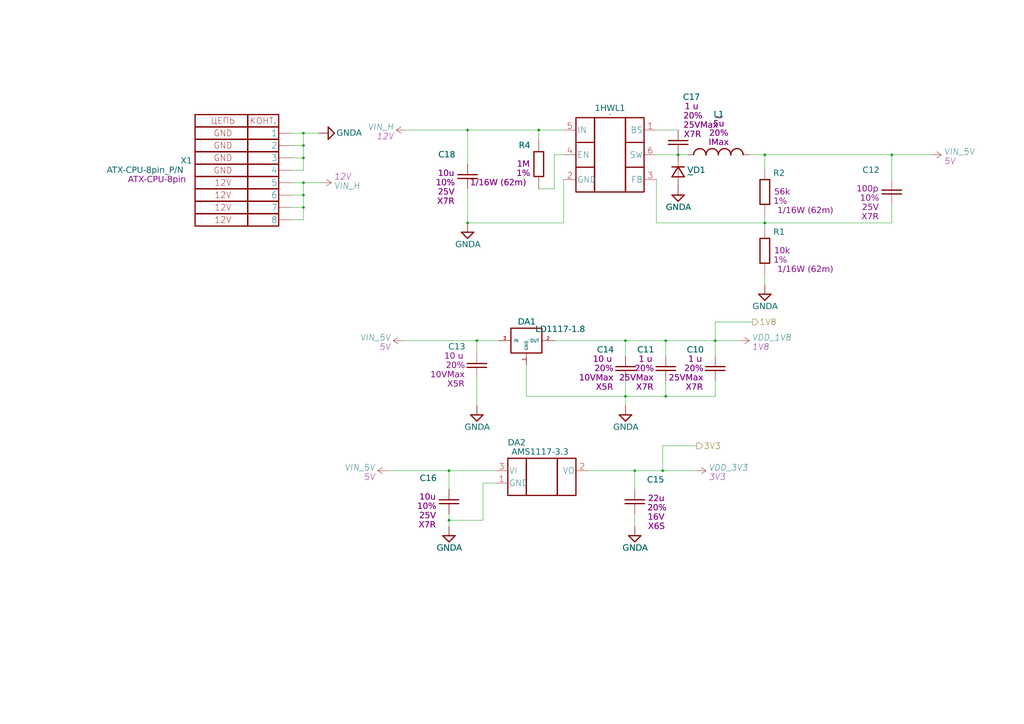
<source format=kicad_sch>
(kicad_sch (version 20250114) (generator "eeschema") (generator_version "9.0")
  (paper "A3")
  (lib_symbols
    (symbol "GOST_symbols:Capacitor_standart" (pin_numbers (hide yes)) (pin_names (offset 0.254) (hide yes))
      (property "Reference" "C" (at 6.35 10.16 0))
      (property "Value" "~" (at 6.35 7.62 0))
      (property "Capacitance" "Value" (at 5.842 3.81 0))
      (property "Tolerance" "20%" (at 5.842 0.508 0))
      (property "MaxVoltage" "VMax" (at 5.588 -2.794 0))
      (property "TempFactor" "X" (at 5.588 -5.842 0))
      (symbol "Capacitor_standart_0_1"
        (polyline (pts (xy 0 0.762) (xy 4.0132 0.762)) (stroke (width 0.508)))
      )
      (symbol "Capacitor_standart_1_1"
        (polyline (pts (xy -4.0132 0.762) (xy 0 0.762)) (stroke (width 0.508)))
        (polyline (pts (xy -4.0132 -0.8128) (xy 0 -0.8128)) (stroke (width 0.508)))
        (polyline (pts (xy 0 -0.8128) (xy 4.0132 -0.8128)) (stroke (width 0.508)))
        (pin passive line (at 0 5.08 270) (length 4.2926) (name "1") (number "1"))
        (pin passive line (at 0 -5.08 90) (length 4.2672) (name "2") (number "2"))
      )
    )
    (symbol "GOST_symbols:Diode" (pin_numbers (hide yes)) (pin_names (offset 1.016) (hide yes))
      (property "Reference" "VD" (at 0 5.08 0))
      (property "Value" "~" (at 0 -5.08 0))
      (symbol "Diode_0_1"
        (polyline (pts (xy -5.08 0) (xy 2.54 0)))
        (polyline (pts (xy -2.667 2.54) (xy -2.667 -2.54)) (stroke (width 0.508)))
        (polyline (pts (xy 1.397 2.54) (xy 1.397 -2.54)) (stroke (width 0.508)))
        (polyline (pts (xy 1.397 2.54) (xy -2.667 0) (xy 1.397 -2.54)) (stroke (width 0.508)))
      )
      (symbol "Diode_1_1"
        (pin passive line (at -7.62 0 0) (length 2.54) (name "K") (number "1"))
        (pin passive line (at 5.08 0 180) (length 2.54) (name "A") (number "2"))
      )
    )
    (symbol "GOST_symbols:GNDA" (power) (pin_names (offset 0) (hide yes))
      (property "Value" "GNDA" (at 0 -6.985 0))
      (symbol "GNDA_1_1"
        (polyline (pts (xy 0 1.27) (xy 0 -2.54)) (stroke (width 0.25)))
        (polyline (pts (xy 0 -2.54) (xy -2.54 -2.54)) (stroke (width 0.5)))
        (polyline (pts (xy 0 -2.54) (xy 2.54 -2.54)) (stroke (width 0.5)))
        (polyline (pts (xy 2.54 -2.54) (xy 0 -5.08) (xy -2.54 -2.54)) (stroke (width 0.5)))
        (pin power_in line (at 0 1.27 270) (length 0) (hide yes) (name "GNDA") (number "1"))
      )
    )
    (symbol "GOST_symbols:Inductor" (pin_numbers (hide yes)) (pin_names (offset 1.016) (hide yes))
      (property "Reference" "L" (at 12.573 16.129 0))
      (property "Value" "~" (at 12.065 4.445 0))
      (property "Datasheet" "~" (at 14.859 16.383 0))
      (property "Inductance" "Value" (at 14.605 12.827 0))
      (property "Tolerance" "20%" (at 14.351 9.779 0))
      (property "MaxCurrentTemp" "IMax" (at 13.843 6.731 0))
      (symbol "Inductor_0_1"
        (arc (start -10.16 0) (mid -7.62 2.529) (end -5.08 0) (stroke (width 0.508)))
        (arc (start -5.08 0) (mid -2.54 2.529) (end 0 0) (stroke (width 0.508)))
        (arc (start 0 0) (mid 2.54 2.529) (end 5.08 0) (stroke (width 0.508)))
        (arc (start 5.08 0.011) (mid 7.62 2.54) (end 10.16 0.011) (stroke (width 0.508)))
      )
      (symbol "Inductor_1_1"
        (pin passive line (at -12.7 0 0) (length 2.54) (name "1") (number "1"))
        (pin passive line (at 12.7 0 180) (length 2.54) (name "2") (number "2"))
      )
    )
    (symbol "GOST_symbols:PowerIn" (power) (pin_names (offset 0) (hide yes))
      (property "Value" "PowerIn" (at 5.334 -6.604 0))
      (property "Voltage" "+V" (at 0 -3.556 0))
      (symbol "PowerIn_0_1"
        (polyline (pts (xy -3.81 0) (xy -1.905 1.27)))
        (polyline (pts (xy -3.81 0) (xy -1.905 -1.27)))
        (polyline (pts (xy -3.81 0) (xy 0 0)))
      )
      (symbol "PowerIn_1_1"
        (pin power_in line (at 0 0 180) (length 0) (hide yes) (name "AVDD") (number "1"))
      )
    )
    (symbol "GOST_symbols:Resistor" (pin_numbers (hide yes)) (pin_names (offset 0) (hide yes))
      (property "Reference" "R" (at -4.445 3.81 0))
      (property "Value" "~" (at -2.54 3.81 0))
      (property "Resistence" "Ohm" (at -2.54 -3.81 0))
      (property "MaxPower" "1/W" (at -2.54 -6.985 0))
      (property "Tolerance" "+/-" (at -2.54 -10.16 0))
      (symbol "Resistor_0_1"
        (polyline (pts (xy -5.08 1.9812) (xy -5.08 -1.9812)) (stroke (width 0.508)))
        (polyline (pts (xy -5.08 1.9812) (xy 5.08 1.9812)) (stroke (width 0.508)))
        (polyline (pts (xy -5.08 -1.9812) (xy 5.08 -1.9812)) (stroke (width 0.508)))
      )
      (symbol "Resistor_1_1"
        (polyline (pts (xy 5.08 1.9812) (xy 5.08 -1.9812)) (stroke (width 0.508)))
        (pin passive line (at -10.16 0 0) (length 5.08) (name "1") (number "1"))
        (pin passive line (at 10.16 0 180) (length 5.08) (name "2") (number "2"))
      )
    )
    (symbol "GOST_symbols:Voltage_regulator" (pin_names (offset 1.016))
      (property "Reference" "DA1" (at -13.97 7.62 0))
      (property "Value" "LD1117-1.8" (at -0.254 4.572 0))
      (symbol "Voltage_regulator_0_1"
        (polyline (pts (xy -20.32 0) (xy -20.32 5.08) (xy -7.62 5.08) (xy -7.62 -5.08) (xy -20.32 -5.08) (xy -20.32 0)) (stroke (width 0.5)))
      )
      (symbol "Voltage_regulator_1_1"
        (pin power_in line (at -25.4 0 0) (length 5.08) (name "IN") (number "3"))
        (pin power_in line (at -13.97 -10.16 90) (length 5.08) (name "GND") (number "1"))
        (pin power_out line (at -2.54 0 180) (length 5.08) (name "OUT") (number "2"))
      )
    )
    (symbol "GOST_symbolsConnectors:ATX-CPU-8pin" (pin_numbers (hide yes))
      (property "Reference" "X" (at -12.7 10.16 0))
      (property "Value" "ATX-CPU-8pin_P/N" (at -12.7 6.35 0))
      (property "Name" "ATX-CPU-8pin" (at -12.7 2.54 0))
      (symbol "ATX-CPU-8pin_0_1"
        (rectangle (start -12.7 0) (end 0 -5.08) (stroke (width 0.5)))
        (rectangle (start -12.7 -5.08) (end 0 -10.16) (stroke (width 0.5)))
        (rectangle (start -12.7 -10.16) (end 0 -15.24) (stroke (width 0.5)))
        (rectangle (start -12.7 -15.24) (end 0 -20.32) (stroke (width 0.5)))
        (rectangle (start -12.7 -20.32) (end 0 -25.4) (stroke (width 0.5)))
        (rectangle (start -12.7 -25.4) (end 0 -30.48) (stroke (width 0.5)))
        (rectangle (start -12.7 -30.48) (end 0 -35.56) (stroke (width 0.5)))
        (rectangle (start -12.7 -35.56) (end 0 -40.64) (stroke (width 0.5)))
        (rectangle (start -12.7 -40.64) (end 0 -45.72) (stroke (width 0.5)))
        (rectangle (start 0 0) (end 21.59 -5.08) (stroke (width 0.5)))
        (text "КОНТ." (at -6.35 -2.54 0) (effects (font (size 2.5 2.5))))
        (text "ЦЕПЬ" (at 10.16 -2.54 0) (effects (font (size 2.5 2.5))))
      )
      (symbol "ATX-CPU-8pin_1_1"
        (rectangle (start 0 -10.16) (end 21.59 -5.08) (stroke (width 0.5)))
        (rectangle (start 0 -15.24) (end 21.59 -10.16) (stroke (width 0.5)))
        (rectangle (start 0 -15.24) (end 21.59 -20.32) (stroke (width 0.5)))
        (rectangle (start 0 -25.4) (end 21.59 -20.32) (stroke (width 0.5)))
        (rectangle (start 0 -30.48) (end 21.59 -25.4) (stroke (width 0.5)))
        (rectangle (start 0 -35.56) (end 21.59 -30.48) (stroke (width 0.5)))
        (rectangle (start 0 -40.64) (end 21.59 -35.56) (stroke (width 0.5)))
        (rectangle (start 0 -45.72) (end 21.59 -40.64) (stroke (width 0.5)))
        (text "GND" (at 10.16 -7.62 0) (effects (font (size 2.5 2.5))))
        (text "GND" (at 10.16 -12.7 0) (effects (font (size 2.5 2.5))))
        (text "GND" (at 10.16 -17.78 0) (effects (font (size 2.5 2.5))))
        (text "GND" (at 10.16 -22.86 0) (effects (font (size 2.5 2.5))))
        (text "12V" (at 10.16 -27.94 0) (effects (font (size 2.5 2.5))))
        (text "12V" (at 10.16 -33.02 0) (effects (font (size 2.5 2.5))))
        (text "12V" (at 10.16 -38.1 0) (effects (font (size 2.5 2.5))))
        (text "12V" (at 10.16 -43.18 0) (effects (font (size 2.5 2.5))))
        (pin power_out line (at -17.78 -7.62 0) (length 5.08) (name "1") (number "1"))
        (pin passive line (at -17.78 -12.7 0) (length 5.08) (name "2") (number "2"))
        (pin passive line (at -17.78 -17.78 0) (length 5.08) (name "3") (number "3"))
        (pin passive line (at -17.78 -22.86 0) (length 5.08) (name "4") (number "4"))
        (pin power_out line (at -17.78 -27.94 0) (length 5.08) (name "5") (number "5"))
        (pin passive line (at -17.78 -33.02 0) (length 5.08) (name "6") (number "6"))
        (pin passive line (at -17.78 -38.1 0) (length 5.08) (name "7") (number "7"))
        (pin passive line (at -17.78 -43.18 0) (length 5.08) (name "8") (number "8"))
      )
    )
    (symbol "GOST_symbolsPowerIC:AMS1117-3.3"
      (property "Reference" "DA" (at -13.97 6.35 0))
      (property "Value" "AMS1117-3.3" (at -13.97 2.54 0))
      (symbol "AMS1117-3.3_1_1"
        (rectangle (start -13.97 0) (end -6.35 -15.24) (stroke (width 0.5)))
        (rectangle (start -6.35 0) (end 6.35 -15.24) (stroke (width 0.5)))
        (rectangle (start 6.35 0) (end 13.97 -15.24) (stroke (width 0.5)))
        (pin power_in line (at -19.05 -5.08 0) (length 5.08) (name "VI") (number "3"))
        (pin power_in line (at -19.05 -10.16 0) (length 5.08) (name "GND") (number "1"))
        (pin power_out line (at 19.05 -5.08 180) (length 5.08) (name "VO") (number "2"))
      )
    )
    (symbol "GOST_symbolsPowerIC:ME3116"
      (property "Reference" "1HWL" (at 13.97 -3.302 0))
      (symbol "ME3116_1_1"
        (rectangle (start 0 0) (end 7.62 -30.48) (stroke (width 0.5)))
        (polyline (pts (xy 0 -10.16) (xy 7.62 -10.16)) (stroke (width 0.5)))
        (polyline (pts (xy 0 -20.32) (xy 7.62 -20.32)) (stroke (width 0.5)))
        (rectangle (start 7.62 0) (end 20.32 -30.48) (stroke (width 0.5)))
        (rectangle (start 20.32 0) (end 27.94 -30.48) (stroke (width 0.5)))
        (polyline (pts (xy 20.32 -10.16) (xy 27.94 -10.16)) (stroke (width 0.5)))
        (polyline (pts (xy 20.32 -20.32) (xy 27.94 -20.32)) (stroke (width 0.5)))
        (pin power_in line (at -5.08 -5.08 0) (length 5.08) (name "IN") (number "5"))
        (pin input line (at -5.08 -15.24 0) (length 5.08) (name "EN") (number "4"))
        (pin power_in line (at -5.08 -25.4 0) (length 5.08) (name "GND") (number "2"))
        (pin input line (at 33.02 -5.08 180) (length 5.08) (name "BS") (number "1"))
        (pin power_out line (at 33.02 -15.24 180) (length 5.08) (name "SW") (number "6"))
        (pin input line (at 33.02 -25.4 180) (length 5.08) (name "FB") (number "3"))
      )
    )
  )
  (junction (at 273.05 139.7))
  (junction (at 191.77 53.34))
  (junction (at 293.37 139.7))
  (junction (at 256.54 139.7))
  (junction (at 124.46 80.01))
  (junction (at 260.35 193.04))
  (junction (at 313.69 91.44))
  (junction (at 124.46 59.69))
  (junction (at 195.58 139.7))
  (junction (at 273.05 162.56))
  (junction (at 124.46 74.93))
  (junction (at 256.54 162.56))
  (junction (at 184.15 193.04))
  (junction (at 220.98 53.34))
  (junction (at 365.76 63.5))
  (junction (at 124.46 54.61))
  (junction (at 271.78 193.04))
  (junction (at 124.46 85.09))
  (junction (at 278.13 63.5))
  (junction (at 184.15 213.36))
  (junction (at 313.69 63.5))
  (junction (at 191.77 91.44))
  (junction (at 124.46 64.77))
  (wire (pts (xy 220.98 57.15) (xy 220.98 53.34)))
  (wire (pts (xy 231.14 91.44) (xy 191.77 91.44)))
  (wire (pts (xy 269.24 53.34) (xy 278.13 53.34)))
  (wire (pts (xy 293.37 139.7) (xy 293.37 146.05)))
  (wire (pts (xy 124.46 85.09) (xy 124.46 80.01)))
  (wire (pts (xy 256.54 162.56) (xy 256.54 156.21)))
  (wire (pts (xy 269.24 63.5) (xy 278.13 63.5)))
  (wire (pts (xy 119.38 85.09) (xy 124.46 85.09)))
  (wire (pts (xy 231.14 73.66) (xy 231.14 91.44)))
  (wire (pts (xy 220.98 53.34) (xy 231.14 53.34)))
  (wire (pts (xy 191.77 53.34) (xy 166.37 53.34)))
  (wire (pts (xy 293.37 162.56) (xy 273.05 162.56)))
  (wire (pts (xy 273.05 156.21) (xy 273.05 162.56)))
  (wire (pts (xy 227.33 63.5) (xy 231.14 63.5)))
  (wire (pts (xy 260.35 193.04) (xy 271.78 193.04)))
  (wire (pts (xy 269.24 91.44) (xy 313.69 91.44)))
  (wire (pts (xy 119.38 69.85) (xy 124.46 69.85)))
  (wire (pts (xy 215.9 162.56) (xy 256.54 162.56)))
  (wire (pts (xy 293.37 132.08) (xy 293.37 139.7)))
  (wire (pts (xy 119.38 74.93) (xy 124.46 74.93)))
  (wire (pts (xy 273.05 162.56) (xy 256.54 162.56)))
  (wire (pts (xy 220.98 53.34) (xy 191.77 53.34)))
  (wire (pts (xy 269.24 91.44) (xy 269.24 73.66)))
  (wire (pts (xy 307.34 63.5) (xy 313.69 63.5)))
  (wire (pts (xy 198.12 213.36) (xy 184.15 213.36)))
  (wire (pts (xy 271.78 193.04) (xy 285.75 193.04)))
  (wire (pts (xy 191.77 77.47) (xy 191.77 91.44)))
  (wire (pts (xy 124.46 90.17) (xy 124.46 85.09)))
  (wire (pts (xy 215.9 149.86) (xy 215.9 162.56)))
  (wire (pts (xy 260.35 193.04) (xy 260.35 200.66)))
  (wire (pts (xy 184.15 210.82) (xy 184.15 213.36)))
  (wire (pts (xy 365.76 63.5) (xy 365.76 73.66)))
  (wire (pts (xy 195.58 166.37) (xy 195.58 154.94)))
  (wire (pts (xy 191.77 67.31) (xy 191.77 53.34)))
  (wire (pts (xy 273.05 139.7) (xy 293.37 139.7)))
  (wire (pts (xy 119.38 64.77) (xy 124.46 64.77)))
  (wire (pts (xy 220.98 77.47) (xy 227.33 77.47)))
  (wire (pts (xy 124.46 80.01) (xy 124.46 74.93)))
  (wire (pts (xy 124.46 69.85) (xy 124.46 64.77)))
  (wire (pts (xy 184.15 193.04) (xy 184.15 200.66)))
  (wire (pts (xy 313.69 63.5) (xy 365.76 63.5)))
  (wire (pts (xy 260.35 210.82) (xy 260.35 215.9)))
  (wire (pts (xy 203.2 193.04) (xy 184.15 193.04)))
  (wire (pts (xy 195.58 144.78) (xy 195.58 139.7)))
  (wire (pts (xy 308.61 132.08) (xy 293.37 132.08)))
  (wire (pts (xy 278.13 63.5) (xy 281.94 63.5)))
  (wire (pts (xy 293.37 156.21) (xy 293.37 162.56)))
  (wire (pts (xy 124.46 64.77) (xy 124.46 59.69)))
  (wire (pts (xy 256.54 166.37) (xy 256.54 162.56)))
  (wire (pts (xy 285.75 182.88) (xy 271.78 182.88)))
  (wire (pts (xy 124.46 54.61) (xy 130.81 54.61)))
  (wire (pts (xy 241.3 193.04) (xy 260.35 193.04)))
  (wire (pts (xy 119.38 90.17) (xy 124.46 90.17)))
  (wire (pts (xy 273.05 139.7) (xy 273.05 146.05)))
  (wire (pts (xy 313.69 91.44) (xy 365.76 91.44)))
  (wire (pts (xy 198.12 198.12) (xy 198.12 213.36)))
  (wire (pts (xy 271.78 182.88) (xy 271.78 193.04)))
  (wire (pts (xy 256.54 139.7) (xy 273.05 139.7)))
  (wire (pts (xy 227.33 77.47) (xy 227.33 63.5)))
  (wire (pts (xy 365.76 91.44) (xy 365.76 83.82)))
  (wire (pts (xy 203.2 198.12) (xy 198.12 198.12)))
  (wire (pts (xy 313.69 63.5) (xy 313.69 68.58)))
  (wire (pts (xy 119.38 80.01) (xy 124.46 80.01)))
  (wire (pts (xy 124.46 74.93) (xy 132.08 74.93)))
  (wire (pts (xy 184.15 213.36) (xy 184.15 215.9)))
  (wire (pts (xy 119.38 54.61) (xy 124.46 54.61)))
  (wire (pts (xy 195.58 139.7) (xy 204.47 139.7)))
  (wire (pts (xy 227.33 139.7) (xy 256.54 139.7)))
  (wire (pts (xy 313.69 113.03) (xy 313.69 116.84)))
  (wire (pts (xy 119.38 59.69) (xy 124.46 59.69)))
  (wire (pts (xy 124.46 59.69) (xy 124.46 54.61)))
  (wire (pts (xy 313.69 88.9) (xy 313.69 91.44)))
  (wire (pts (xy 165.1 139.7) (xy 195.58 139.7)))
  (wire (pts (xy 293.37 139.7) (xy 303.53 139.7)))
  (wire (pts (xy 158.75 193.04) (xy 184.15 193.04)))
  (wire (pts (xy 313.69 91.44) (xy 313.69 92.71)))
  (wire (pts (xy 365.76 63.5) (xy 382.27 63.5)))
  (wire (pts (xy 256.54 139.7) (xy 256.54 146.05)))
  (hierarchical_label "3V3" (shape output) (at 285.75 182.88 0) (effects (font (size 2.48 2.48))))
  (hierarchical_label "1V8" (shape output) (at 308.61 132.08 0) (effects (font (size 2.48 2.48))))
  (symbol (lib_id "GOST_symbols:GNDA") (at 132.08 54.61 90) (unit 1)
    (property "Reference" "#PWR02" (effects (hide yes)))
    (property "Value" "GNDA" (at 138.43 54.61 90) (effects (font (size 2.5 2.5) (italic yes)) (justify right)))
  )
  (symbol (lib_id "GOST_symbols:Resistor") (at 220.98 67.31 270) (mirror x) (unit 1)
    (property "Reference" "R4" (at 217.17 59.69 90) (effects (font (size 2.5 2.5) (italic yes)) (justify right)))
    (property "Value" "RC0402FR-0742K2L" (effects (hide yes)))
    (property "Footprint" "Resistor_SMD:R_0402_1005Metric" (effects (hide yes)))
    (property "Type" "Резистор {Резисторы}" (effects (hide yes)))
    (property "Resistence" "1M" (at 217.17 67.31 90) (effects (font (size 2.4892 2.4892) (italic yes)) (justify right)))
    (property "MaxPower" "1/16W (62m)" (at 217.17 74.93 90) (effects (font (size 2.4892 2.4892) (italic yes)) (justify right)))
    (property "Tolerance" "1%" (at 217.17 71.12 90) (effects (font (size 2.4892 2.4892) (italic yes)) (justify right)))
  )
  (symbol (lib_id "GOST_symbols:GNDA") (at 256.54 167.64 0) (unit 1)
    (property "Reference" "#PWR0174" (effects (hide yes)))
    (property "Value" "GNDA" (at 256.54 175.26 0) (effects (font (size 2.5 2.5) (italic yes))))
  )
  (symbol (lib_id "GOST_symbols:Inductor") (at 294.64 63.5 0) (unit 1)
    (property "Reference" "L1" (at 294.64 46.99 0) (effects (font (size 2.5 2.5) (italic yes))))
    (property "Value" "~" (at 294.64 48.26 0) (effects (font (size 2.5 2.5) (italic yes))))
    (property "Footprint" "Inductor_SMD:L_Wuerth_HCI-5040" (effects (hide yes)))
    (property "Datasheet" "~" (at 294.64 48.26 0) (effects (font (size 2.5 2.5) (italic yes))))
    (property "Description" "33 мкГн 3А" (effects (hide yes)))
    (property "Inductance" "5u" (at 294.64 50.8 0) (effects (font (size 2.5 2.5) (italic yes))))
    (property "Tolerance" "20%" (at 294.64 54.61 0) (effects (font (size 2.5 2.5) (italic yes))))
    (property "MaxCurrentTemp" "IMax" (at 294.64 58.42 0) (effects (font (size 2.5 2.5) (italic yes))))
  )
  (symbol (lib_id "GOST_symbols:PowerIn") (at 158.75 193.04 0) (unit 1)
    (property "Reference" "#PWR0187" (effects (hide yes)))
    (property "Value" "VIN_5V" (at 153.67 191.77 0) (effects (font (size 2.5 2.5) (italic yes)) (justify right)))
    (property "Voltage" "5V" (at 153.67 195.58 0) (effects (font (size 2.4892 2.4892) (italic yes)) (justify right)))
  )
  (symbol (lib_id "GOST_symbols:Capacitor_standart") (at 260.35 205.74 0) (unit 1)
    (property "Reference" "C15" (at 265.43 196.85 0) (effects (font (size 2.5 2.5) (italic yes)) (justify left)))
    (property "Value" "GRM21BC81C226ME44" (effects (hide yes)))
    (property "Footprint" "Capacitor_SMD:C_0805_2012Metric" (effects (hide yes)))
    (property "Capacitance" "22u" (at 265.43 204.47 0) (effects (font (size 2.5 2.5) (italic yes)) (justify left)))
    (property "Tolerance" "20%" (at 265.43 208.28 0) (effects (font (size 2.5 2.5) (italic yes)) (justify left)))
    (property "MaxVoltage" "16V" (at 265.43 212.09 0) (effects (font (size 2.5 2.5) (italic yes)) (justify left)))
    (property "TempFactor" "X6S" (at 265.43 215.9 0) (effects (font (size 2.5 2.5) (italic yes)) (justify left)))
    (property "Type" "Конденсатор  {Конденсаторы}" (effects (hide yes)))
  )
  (symbol (lib_id "GOST_symbols:Capacitor_standart") (at 195.58 149.86 0) (unit 1)
    (property "Reference" "C13" (at 190.5 142.2653 0) (effects (font (size 2.5 2.5) (italic yes)) (justify right)))
    (property "Value" "CL05A106MP5NUNC" (effects (hide yes)))
    (property "Footprint" "Capacitor_SMD:C_0402_1005Metric" (effects (hide yes)))
    (property "Type" "Конденсатор  {Конденсаторы}" (effects (hide yes)))
    (property "Capacitance" "10 u" (at 190.5 146.0753 0) (effects (font (size 2.5 2.5) (italic yes)) (justify right)))
    (property "Tolerance" "20%" (at 190.5 149.8853 0) (effects (font (size 2.5 2.5) (italic yes)) (justify right)))
    (property "MaxVoltage" "10VMax" (at 190.5 153.6953 0) (effects (font (size 2.5 2.5) (italic yes)) (justify right)))
    (property "TempFactor" "X5R" (at 190.5 157.5053 0) (effects (font (size 2.5 2.5) (italic yes)) (justify right)))
  )
  (symbol (lib_id "GOST_symbols:PowerIn") (at 132.08 74.93 180) (unit 1)
    (property "Reference" "#PWR01" (effects (hide yes)))
    (property "Value" "VIN_H" (at 137.16 76.2 0) (effects (font (size 2.5 2.5) (italic yes)) (justify right)))
    (property "Voltage" "12V" (at 137.16 72.39 0) (effects (font (size 2.4892 2.4892) (italic yes)) (justify right)))
  )
  (symbol (lib_id "GOST_symbols:GNDA") (at 278.13 77.47 0) (unit 1)
    (property "Reference" "#PWR0179" (effects (hide yes)))
    (property "Value" "GNDA" (at 278.13 85.09 0) (effects (font (size 2.5 2.5) (italic yes))))
  )
  (symbol (lib_id "GOST_symbols:GNDA") (at 195.58 167.64 0) (unit 1)
    (property "Reference" "#PWR0175" (effects (hide yes)))
    (property "Value" "GNDA" (at 195.58 175.26 0) (effects (font (size 2.5 2.5) (italic yes))))
  )
  (symbol (lib_id "GOST_symbolsConnectors:ATX-CPU-8pin") (at 101.6 46.99 0) (mirror y) (unit 1)
    (property "Reference" "X1" (at 78.74 66.04 0) (effects (font (size 2.5 2.5) (italic yes)) (justify left)))
    (property "Value" "ATX-CPU-8pin_P/N" (at 78.74 69.85 0) (effects (font (size 2.5 2.5) (italic yes)) (justify left)))
    (property "Footprint" "Connector_Molex:Molex_Mini-Fit_Jr_5566-08A_2x04_P4.20mm_Vertical" (effects (hide yes)))
    (property "Type" "Разъём {Разъёмы}" (effects (hide yes)))
    (property "Name" "ATX-CPU-8pin" (at 78.74 73.66 0) (effects (font (size 2.5 2.5) (italic yes)) (justify left)))
  )
  (symbol (lib_id "GOST_symbols:GNDA") (at 184.15 217.17 0) (unit 1)
    (property "Reference" "#PWR0172" (effects (hide yes)))
    (property "Value" "GNDA" (at 184.15 224.79 0) (effects (font (size 2.5 2.5) (italic yes))))
  )
  (symbol (lib_id "GOST_symbols:PowerIn") (at 285.75 193.04 180) (unit 1)
    (property "Reference" "#PWR0188" (effects (hide yes)))
    (property "Value" "VDD_3V3" (at 290.83 191.77 0) (effects (font (size 2.5 2.5) (italic yes)) (justify right)))
    (property "Voltage" "3V3" (at 290.83 195.58 0) (effects (font (size 2.4892 2.4892) (italic yes)) (justify right)))
  )
  (symbol (lib_id "GOST_symbols:Capacitor_standart") (at 278.13 58.42 0) (unit 1)
    (property "Reference" "C17" (at 280.162 39.9033 0) (effects (font (size 2.5 2.5) (italic yes)) (justify left)))
    (property "Value" "GRM155R61E105KA12D" (effects (hide yes)))
    (property "Footprint" "Capacitor_SMD:C_0201_0603Metric" (effects (hide yes)))
    (property "Type" "Конденсатор  {Конденсаторы}" (effects (hide yes)))
    (property "Capacitance" "1 u" (at 280.162 43.7133 0) (effects (font (size 2.5 2.5) (italic yes)) (justify left)))
    (property "Tolerance" "20%" (at 280.162 47.5233 0) (effects (font (size 2.5 2.5) (italic yes)) (justify left)))
    (property "MaxVoltage" "25VMax" (at 280.162 51.3333 0) (effects (font (size 2.5 2.5) (italic yes)) (justify left)))
    (property "TempFactor" "X7R" (at 280.162 55.1433 0) (effects (font (size 2.5 2.5) (italic yes)) (justify left)))
  )
  (symbol (lib_id "GOST_symbols:Resistor") (at 313.69 78.74 90) (unit 1)
    (property "Reference" "R2" (at 317.5 71.12 90) (effects (font (size 2.5 2.5) (italic yes)) (justify right)))
    (property "Value" "RC0402FR-0720KL" (effects (hide yes)))
    (property "Footprint" "Resistor_SMD:R_0402_1005Metric" (effects (hide yes)))
    (property "Type" "Резистор {Резисторы}" (effects (hide yes)))
    (property "Resistence" "56k" (at 317.5 78.74 90) (effects (font (size 2.4892 2.4892) (italic yes)) (justify right)))
    (property "MaxPower" "1/16W (62m)" (at 317.5 86.36 90) (effects (font (size 2.4892 2.4892) (italic yes)) (justify right)))
    (property "Tolerance" "1%" (at 317.5 82.55 90) (effects (font (size 2.4892 2.4892) (italic yes)) (justify right)))
  )
  (symbol (lib_id "GOST_symbols:Capacitor_standart") (at 293.37 151.13 0) (unit 1)
    (property "Reference" "C10" (at 288.29 143.5353 0) (effects (font (size 2.5 2.5) (italic yes)) (justify right)))
    (property "Value" "GRM155R61E105KA12D" (effects (hide yes)))
    (property "Footprint" "Capacitor_SMD:C_0201_0603Metric" (effects (hide yes)))
    (property "Type" "Конденсатор  {Конденсаторы}" (effects (hide yes)))
    (property "Capacitance" "1 u" (at 288.29 147.3453 0) (effects (font (size 2.5 2.5) (italic yes)) (justify right)))
    (property "Tolerance" "20%" (at 288.29 151.1553 0) (effects (font (size 2.5 2.5) (italic yes)) (justify right)))
    (property "MaxVoltage" "25VMax" (at 288.29 154.9653 0) (effects (font (size 2.5 2.5) (italic yes)) (justify right)))
    (property "TempFactor" "X7R" (at 288.29 158.7753 0) (effects (font (size 2.5 2.5) (italic yes)) (justify right)))
  )
  (symbol (lib_id "GOST_symbols:PowerIn") (at 382.27 63.5 0) (mirror y) (unit 1)
    (property "Reference" "#PWR0168" (effects (hide yes)))
    (property "Value" "VIN_5V" (at 387.35 62.23 0) (effects (font (size 2.5 2.5) (italic yes)) (justify right)))
    (property "Voltage" "5V" (at 387.35 66.04 0) (effects (font (size 2.4892 2.4892) (italic yes)) (justify right)))
  )
  (symbol (lib_id "GOST_symbolsPowerIC:AMS1117-3.3") (at 222.25 187.96 0) (unit 1)
    (property "Reference" "DA2" (at 208.28 181.61 0) (effects (font (size 2.5 2.5) (italic yes)) (justify left)))
    (property "Value" "AMS1117-3.3" (at 208.28 185.42 0) (effects (font (size 2.5 2.5) (italic yes)) (justify left)))
    (property "Footprint" "Package_TO_SOT_SMD:SOT-223-3_TabPin2" (effects (hide yes)))
    (property "Datasheet" "http://www.diodes.com/datasheets/AP1117.pdf" (effects (hide yes)))
    (property "Description" "1A Low Dropout regulator, positive, adjustable output, SOT-223" (effects (hide yes)))
    (property "Type" "Микросхема аналоговая {Микросхемы аналоговые}" (effects (hide yes)))
  )
  (symbol (lib_id "GOST_symbols:Capacitor_standart") (at 273.05 151.13 0) (unit 1)
    (property "Reference" "C11" (at 267.97 143.5353 0) (effects (font (size 2.5 2.5) (italic yes)) (justify right)))
    (property "Value" "GRM155R61E105KA12D" (effects (hide yes)))
    (property "Footprint" "Capacitor_SMD:C_0201_0603Metric" (effects (hide yes)))
    (property "Type" "Конденсатор  {Конденсаторы}" (effects (hide yes)))
    (property "Capacitance" "1 u" (at 267.97 147.3453 0) (effects (font (size 2.5 2.5) (italic yes)) (justify right)))
    (property "Tolerance" "20%" (at 267.97 151.1553 0) (effects (font (size 2.5 2.5) (italic yes)) (justify right)))
    (property "MaxVoltage" "25VMax" (at 267.97 154.9653 0) (effects (font (size 2.5 2.5) (italic yes)) (justify right)))
    (property "TempFactor" "X7R" (at 267.97 158.7753 0) (effects (font (size 2.5 2.5) (italic yes)) (justify right)))
  )
  (symbol (lib_id "GOST_symbols:GNDA") (at 260.35 217.17 0) (unit 1)
    (property "Reference" "#PWR0173" (effects (hide yes)))
    (property "Value" "GNDA" (at 260.35 224.79 0) (effects (font (size 2.5 2.5) (italic yes))))
  )
  (symbol (lib_id "GOST_symbolsPowerIC:ME3116") (at 236.22 48.26 0) (unit 1)
    (property "Reference" "1HWL1" (at 250.19 44.45 0) (effects (font (size 2.48 2.48))))
    (property "Value" "~" (at 250.19 46.99 0))
    (property "Footprint" "Package_TO_SOT_SMD:SOT-23-6" (effects (hide yes)))
  )
  (symbol (lib_id "GOST_symbols:Diode") (at 278.13 71.12 270) (unit 1)
    (property "Reference" "VD1" (at 281.94 69.85 90) (effects (font (size 2.5 2.5) (italic yes)) (justify left)))
    (property "Value" "~" (at 281.94 71.755 90) (effects (font (size 2.5 2.5) (italic yes)) (justify left)))
    (property "Footprint" "Diode_SMD:D_0402_1005Metric" (effects (hide yes)))
    (property "Type" "Диод  {Диоды}" (effects (hide yes)))
  )
  (symbol (lib_id "GOST_symbols:PowerIn") (at 165.1 139.7 0) (unit 1)
    (property "Reference" "#PWR0189" (effects (hide yes)))
    (property "Value" "VIN_5V" (at 160.02 138.43 0) (effects (font (size 2.5 2.5) (italic yes)) (justify right)))
    (property "Voltage" "5V" (at 160.02 142.24 0) (effects (font (size 2.4892 2.4892) (italic yes)) (justify right)))
  )
  (symbol (lib_id "GOST_symbols:GNDA") (at 313.69 118.11 0) (unit 1)
    (property "Reference" "#PWR0171" (effects (hide yes)))
    (property "Value" "GNDA" (at 313.69 125.73 0) (effects (font (size 2.5 2.5) (italic yes))))
  )
  (symbol (lib_id "GOST_symbols:Capacitor_standart") (at 365.76 78.74 0) (mirror y) (unit 1)
    (property "Reference" "C12" (at 360.68 69.85 0) (effects (font (size 2.5 2.5) (italic yes)) (justify left)))
    (property "Value" "CL21B106KAYQNN" (effects (hide yes)))
    (property "Footprint" "Capacitor_SMD:C_0805_2012Metric" (effects (hide yes)))
    (property "Type" "Конденсатор  {Конденсаторы}" (effects (hide yes)))
    (property "Capacitance" "100p" (at 360.68 77.47 0) (effects (font (size 2.5 2.5) (italic yes)) (justify left)))
    (property "Tolerance" "10%" (at 360.68 81.28 0) (effects (font (size 2.5 2.5) (italic yes)) (justify left)))
    (property "MaxVoltage" "25V" (at 360.68 85.09 0) (effects (font (size 2.5 2.5) (italic yes)) (justify left)))
    (property "TempFactor" "X7R" (at 360.68 88.9 0) (effects (font (size 2.5 2.5) (italic yes)) (justify left)))
  )
  (symbol (lib_id "GOST_symbols:Resistor") (at 313.69 102.87 90) (unit 1)
    (property "Reference" "R1" (at 317.5 95.25 90) (effects (font (size 2.5 2.5) (italic yes)) (justify right)))
    (property "Value" "RC0402FR-074K87L" (effects (hide yes)))
    (property "Footprint" "Resistor_SMD:R_0402_1005Metric" (effects (hide yes)))
    (property "Type" "Резистор {Резисторы}" (effects (hide yes)))
    (property "Resistence" "10k" (at 317.5 102.87 90) (effects (font (size 2.4892 2.4892) (italic yes)) (justify right)))
    (property "MaxPower" "1/16W (62m)" (at 317.5 110.49 90) (effects (font (size 2.4892 2.4892) (italic yes)) (justify right)))
    (property "Tolerance" "1%" (at 317.5 106.68 90) (effects (font (size 2.4892 2.4892) (italic yes)) (justify right)))
  )
  (symbol (lib_id "GOST_symbols:PowerIn") (at 166.37 53.34 0) (unit 1)
    (property "Reference" "#PWR0169" (effects (hide yes)))
    (property "Value" "VIN_H" (at 161.29 52.07 0) (effects (font (size 2.5 2.5) (italic yes)) (justify right)))
    (property "Voltage" "12V" (at 161.29 55.88 0) (effects (font (size 2.4892 2.4892) (italic yes)) (justify right)))
  )
  (symbol (lib_id "GOST_symbols:PowerIn") (at 303.53 139.7 180) (unit 1)
    (property "Reference" "#PWR0192" (effects (hide yes)))
    (property "Value" "VDD_1V8" (at 308.61 138.43 0) (effects (font (size 2.5 2.5) (italic yes)) (justify right)))
    (property "Voltage" "1V8" (at 308.61 142.24 0) (effects (font (size 2.4892 2.4892) (italic yes)) (justify right)))
  )
  (symbol (lib_id "GOST_symbols:GNDA") (at 191.77 92.71 0) (unit 1)
    (property "Reference" "#PWR0178" (effects (hide yes)))
    (property "Value" "GNDA" (at 191.77 100.33 0) (effects (font (size 2.5 2.5) (italic yes))))
  )
  (symbol (lib_id "GOST_symbols:Capacitor_standart") (at 256.54 151.13 0) (unit 1)
    (property "Reference" "C14" (at 251.46 143.5353 0) (effects (font (size 2.5 2.5) (italic yes)) (justify right)))
    (property "Value" "CL05A106MP5NUNC" (effects (hide yes)))
    (property "Footprint" "Capacitor_SMD:C_0402_1005Metric" (effects (hide yes)))
    (property "Type" "Конденсатор  {Конденсаторы}" (effects (hide yes)))
    (property "Capacitance" "10 u" (at 251.46 147.3453 0) (effects (font (size 2.5 2.5) (italic yes)) (justify right)))
    (property "Tolerance" "20%" (at 251.46 151.1553 0) (effects (font (size 2.5 2.5) (italic yes)) (justify right)))
    (property "MaxVoltage" "10VMax" (at 251.46 154.9653 0) (effects (font (size 2.5 2.5) (italic yes)) (justify right)))
    (property "TempFactor" "X5R" (at 251.46 158.7753 0) (effects (font (size 2.5 2.5) (italic yes)) (justify right)))
  )
  (symbol (lib_id "GOST_symbols:Capacitor_standart") (at 191.77 72.39 0) (mirror y) (unit 1)
    (property "Reference" "C18" (at 186.69 63.5 0) (effects (font (size 2.5 2.5) (italic yes)) (justify left)))
    (property "Value" "CL21B106KAYQNN" (effects (hide yes)))
    (property "Footprint" "Capacitor_SMD:C_0805_2012Metric" (effects (hide yes)))
    (property "Type" "Конденсатор  {Конденсаторы}" (effects (hide yes)))
    (property "Capacitance" "10u" (at 186.69 71.12 0) (effects (font (size 2.5 2.5) (italic yes)) (justify left)))
    (property "Tolerance" "10%" (at 186.69 74.93 0) (effects (font (size 2.5 2.5) (italic yes)) (justify left)))
    (property "MaxVoltage" "25V" (at 186.69 78.74 0) (effects (font (size 2.5 2.5) (italic yes)) (justify left)))
    (property "TempFactor" "X7R" (at 186.69 82.55 0) (effects (font (size 2.5 2.5) (italic yes)) (justify left)))
  )
  (symbol (lib_id "GOST_symbols:Voltage_regulator") (at 229.87 139.7 0) (unit 1)
    (property "Reference" "DA1" (at 215.9 132.08 0) (effects (font (size 2.5 2.5) (italic yes))))
    (property "Value" "LD1117-1.8" (at 229.616 135.128 0) (effects (font (size 2.5 2.5) (italic yes))))
    (property "Footprint" "Package_TO_SOT_SMD:SOT-223-3_TabPin2" (effects (hide yes)))
    (property "Name" "LD1117-1.8" (effects (hide yes)))
  )
  (symbol (lib_id "GOST_symbols:Capacitor_standart") (at 184.15 205.74 0) (mirror y) (unit 1)
    (property "Reference" "C16" (at 179.07 196.2404 0) (effects (font (size 2.5 2.5) (italic yes)) (justify left)))
    (property "Value" "CL21B106KAYQNN" (effects (hide yes)))
    (property "Footprint" "Capacitor_SMD:C_0805_2012Metric" (effects (hide yes)))
    (property "Type" "Конденсатор  {Конденсаторы}" (effects (hide yes)))
    (property "Capacitance" "10u" (at 179.07 203.8604 0) (effects (font (size 2.5 2.5) (italic yes)) (justify left)))
    (property "Tolerance" "10%" (at 179.07 207.6704 0) (effects (font (size 2.5 2.5) (italic yes)) (justify left)))
    (property "MaxVoltage" "25V" (at 179.07 211.4804 0) (effects (font (size 2.5 2.5) (italic yes)) (justify left)))
    (property "TempFactor" "X7R" (at 179.07 215.2904 0) (effects (font (size 2.5 2.5) (italic yes)) (justify left)))
  )
)
</source>
